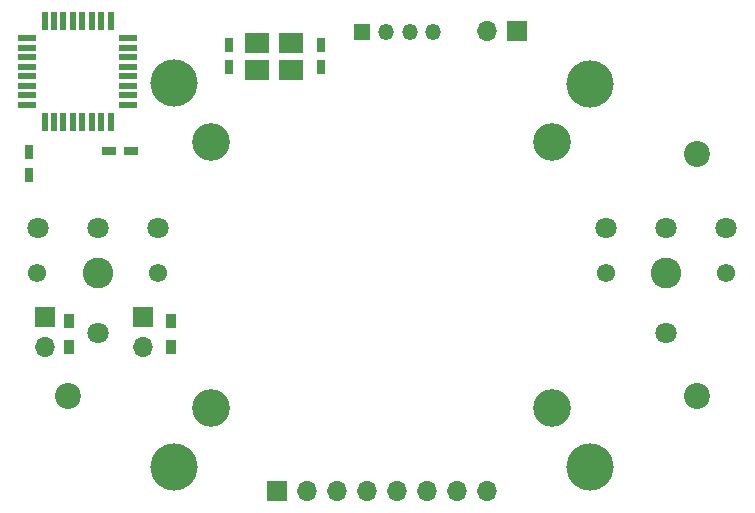
<source format=gbr>
G04 #@! TF.GenerationSoftware,KiCad,Pcbnew,5.0.0-rc2+dfsg1-3*
G04 #@! TF.CreationDate,2018-08-01T13:56:14+02:00*
G04 #@! TF.ProjectId,reform-trackball,7265666F726D2D747261636B62616C6C,rev?*
G04 #@! TF.SameCoordinates,Original*
G04 #@! TF.FileFunction,Soldermask,Top*
G04 #@! TF.FilePolarity,Negative*
%FSLAX46Y46*%
G04 Gerber Fmt 4.6, Leading zero omitted, Abs format (unit mm)*
G04 Created by KiCad (PCBNEW 5.0.0-rc2+dfsg1-3) date Wed Aug  1 13:56:14 2018*
%MOMM*%
%LPD*%
G01*
G04 APERTURE LIST*
%ADD10R,0.750000X1.200000*%
%ADD11R,1.200000X0.750000*%
%ADD12R,2.100000X1.800000*%
%ADD13C,2.200000*%
%ADD14C,3.200000*%
%ADD15C,4.000000*%
%ADD16O,1.700000X1.700000*%
%ADD17R,1.700000X1.700000*%
%ADD18O,1.350000X1.350000*%
%ADD19R,1.350000X1.350000*%
%ADD20R,0.900000X1.200000*%
%ADD21C,2.600000*%
%ADD22C,1.550000*%
%ADD23C,1.800000*%
%ADD24R,1.600000X0.550000*%
%ADD25R,0.550000X1.600000*%
G04 APERTURE END LIST*
D10*
G04 #@! TO.C,C1*
X116200000Y-95450000D03*
X116200000Y-93550000D03*
G04 #@! TD*
G04 #@! TO.C,C2*
X124000000Y-93550000D03*
X124000000Y-95450000D03*
G04 #@! TD*
D11*
G04 #@! TO.C,C3*
X106050000Y-102500000D03*
X107950000Y-102500000D03*
G04 #@! TD*
D10*
G04 #@! TO.C,C4*
X99300000Y-104550000D03*
X99300000Y-102650000D03*
G04 #@! TD*
D12*
G04 #@! TO.C,Y1*
X118550000Y-93350000D03*
X121450000Y-93350000D03*
X121450000Y-95650000D03*
X118550000Y-95650000D03*
G04 #@! TD*
D13*
G04 #@! TO.C,MK2*
X155800000Y-102800000D03*
G04 #@! TD*
G04 #@! TO.C,MK3*
X102600000Y-123300000D03*
G04 #@! TD*
G04 #@! TO.C,MK4*
X155800000Y-123300000D03*
G04 #@! TD*
D14*
G04 #@! TO.C,MK11*
X114700000Y-124300000D03*
G04 #@! TD*
G04 #@! TO.C,MK9*
X114700000Y-101800000D03*
G04 #@! TD*
G04 #@! TO.C,MK10*
X143600000Y-101800000D03*
G04 #@! TD*
G04 #@! TO.C,MK12*
X143600000Y-124300000D03*
G04 #@! TD*
D15*
G04 #@! TO.C,MK8*
X146800000Y-129300000D03*
G04 #@! TD*
G04 #@! TO.C,MK7*
X111600000Y-129300000D03*
G04 #@! TD*
G04 #@! TO.C,MK6*
X146800000Y-96900000D03*
G04 #@! TD*
G04 #@! TO.C,MK5*
X111600000Y-96800000D03*
G04 #@! TD*
D16*
G04 #@! TO.C,J6*
X138060000Y-92400000D03*
D17*
X140600000Y-92400000D03*
G04 #@! TD*
G04 #@! TO.C,J3*
X108900000Y-116600000D03*
D16*
X108900000Y-119140000D03*
G04 #@! TD*
G04 #@! TO.C,J7*
X100600000Y-119140000D03*
D17*
X100600000Y-116600000D03*
G04 #@! TD*
D18*
G04 #@! TO.C,J1*
X133500000Y-92500000D03*
X131500000Y-92500000D03*
X129500000Y-92500000D03*
D19*
X127500000Y-92500000D03*
G04 #@! TD*
D16*
G04 #@! TO.C,J2*
X138080000Y-131300000D03*
X135540000Y-131300000D03*
X133000000Y-131300000D03*
X130460000Y-131300000D03*
X127920000Y-131300000D03*
X125380000Y-131300000D03*
X122840000Y-131300000D03*
D17*
X120300000Y-131300000D03*
G04 #@! TD*
D20*
G04 #@! TO.C,R1*
X111300000Y-119100000D03*
X111300000Y-116900000D03*
G04 #@! TD*
G04 #@! TO.C,R2*
X102700000Y-116900000D03*
X102700000Y-119100000D03*
G04 #@! TD*
D21*
G04 #@! TO.C,SW2*
X153200000Y-112850000D03*
D22*
X158300000Y-112850000D03*
X148100000Y-112850000D03*
D23*
X153200000Y-117956000D03*
X153200000Y-109048000D03*
X158310000Y-109048000D03*
X148140000Y-109048000D03*
G04 #@! TD*
G04 #@! TO.C,SW1*
X100040000Y-109048000D03*
X110210000Y-109048000D03*
X105100000Y-109048000D03*
X105100000Y-117956000D03*
D22*
X100000000Y-112850000D03*
X110200000Y-112850000D03*
D21*
X105100000Y-112850000D03*
G04 #@! TD*
D24*
G04 #@! TO.C,U1*
X107650000Y-98600000D03*
X107650000Y-97800000D03*
X107650000Y-97000000D03*
X107650000Y-96200000D03*
X107650000Y-95400000D03*
X107650000Y-94600000D03*
X107650000Y-93800000D03*
X107650000Y-93000000D03*
D25*
X106200000Y-91550000D03*
X105400000Y-91550000D03*
X104600000Y-91550000D03*
X103800000Y-91550000D03*
X103000000Y-91550000D03*
X102200000Y-91550000D03*
X101400000Y-91550000D03*
X100600000Y-91550000D03*
D24*
X99150000Y-93000000D03*
X99150000Y-93800000D03*
X99150000Y-94600000D03*
X99150000Y-95400000D03*
X99150000Y-96200000D03*
X99150000Y-97000000D03*
X99150000Y-97800000D03*
X99150000Y-98600000D03*
D25*
X100600000Y-100050000D03*
X101400000Y-100050000D03*
X102200000Y-100050000D03*
X103000000Y-100050000D03*
X103800000Y-100050000D03*
X104600000Y-100050000D03*
X105400000Y-100050000D03*
X106200000Y-100050000D03*
G04 #@! TD*
M02*

</source>
